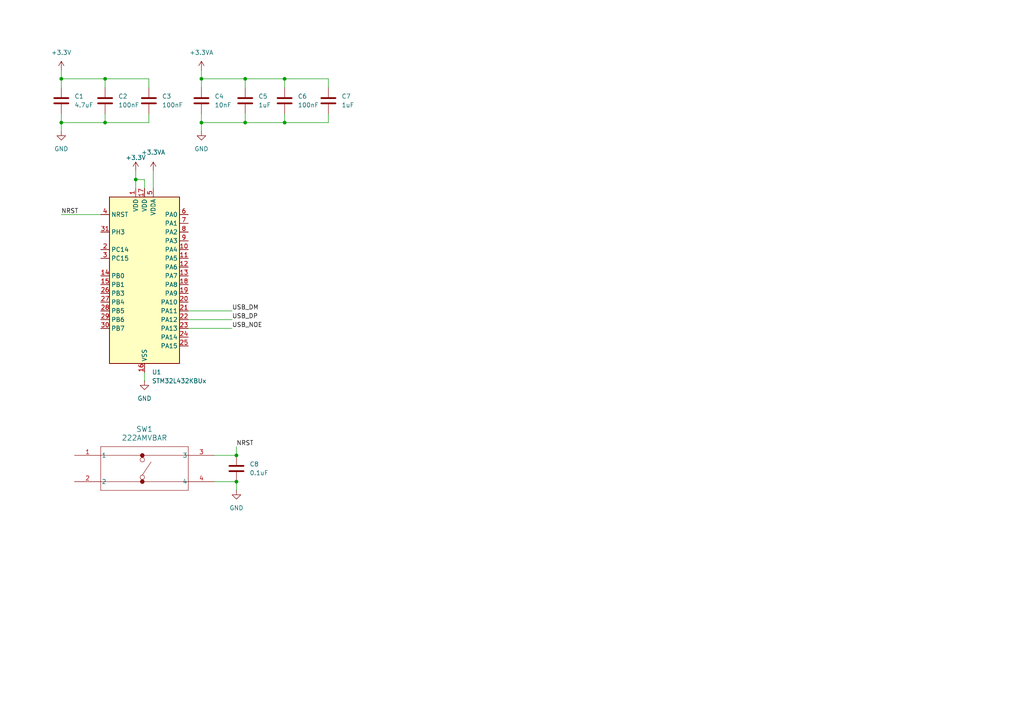
<source format=kicad_sch>
(kicad_sch (version 20250114) (generator "eeschema") (generator_version "9.0")
  (paper "A4")
  (lib_symbols
    (symbol "222AMVBAR:222AMVBAR" (pin_names (offset 0.254))
      (property "Reference" "SW" (at 20.32 10.16 0))
      (property "Value" "222AMVBAR" (at 20.32 7.62 0))
      (symbol "222AMVBAR_0_1"
        (polyline (pts (xy 7.62 5.08) (xy 7.62 -7.62)) (stroke (width 0.127)))
        (polyline (pts (xy 7.62 2.54) (xy 33.02 2.54)) (stroke (width 0.127)))
        (polyline (pts (xy 7.62 -7.62) (xy 33.02 -7.62)) (stroke (width 0.127)))
        (polyline (pts (xy 19.685 2.54) (xy 19.685 1.905)) (stroke (width 0.127)))
        (circle (center 19.685 2.54) (radius 0.127) (stroke (width 0.508)))
        (circle (center 19.685 1.27) (radius 0.635) (stroke (width 0.127)))
        (polyline (pts (xy 19.685 -3.175) (xy 22.225 0.635)) (stroke (width 0.127)))
        (circle (center 19.685 -3.81) (radius 0.635) (stroke (width 0.127)))
        (polyline (pts (xy 19.685 -5.08) (xy 19.685 -4.445)) (stroke (width 0.127)))
        (circle (center 19.685 -5.08) (radius 0.127) (stroke (width 0.508)))
        (polyline (pts (xy 33.02 5.08) (xy 7.62 5.08)) (stroke (width 0.127)))
        (polyline (pts (xy 33.02 -5.08) (xy 7.62 -5.08)) (stroke (width 0.127)))
        (polyline (pts (xy 33.02 -7.62) (xy 33.02 5.08)) (stroke (width 0.127)))
        (pin unspecified line (at 0 2.54 0) (length 7.62) (name "1") (number "1"))
        (pin unspecified line (at 0 -5.08 0) (length 7.62) (name "2") (number "2"))
        (pin unspecified line (at 40.64 2.54 180) (length 7.62) (name "3") (number "3"))
        (pin unspecified line (at 40.64 -5.08 180) (length 7.62) (name "4") (number "4"))
      )
    )
    (symbol "Device:C" (pin_numbers (hide yes)) (pin_names (offset 0.254))
      (property "Reference" "C" (at 0.635 2.54 0))
      (property "Value" "C" (at 0.635 -2.54 0))
      (symbol "C_0_1"
        (polyline (pts (xy -2.032 0.762) (xy 2.032 0.762)) (stroke (width 0.508)))
        (polyline (pts (xy -2.032 -0.762) (xy 2.032 -0.762)) (stroke (width 0.508)))
      )
      (symbol "C_1_1"
        (pin passive line (at 0 3.81 270) (length 2.794) (name "~") (number "1"))
        (pin passive line (at 0 -3.81 90) (length 2.794) (name "~") (number "2"))
      )
    )
    (symbol "MCU_ST_STM32L4:STM32L432KBUx"
      (property "Reference" "U" (at -10.16 26.67 0))
      (property "Value" "STM32L432KBUx" (at 5.08 26.67 0))
      (symbol "STM32L432KBUx_0_1"
        (rectangle (start -10.16 -22.86) (end 10.16 25.4) (stroke (width 0.254)) (fill (type background)))
      )
      (symbol "STM32L432KBUx_1_1"
        (pin input line (at -12.7 20.32 0) (length 2.54) (name "NRST") (number "4"))
        (pin bidirectional line (at -12.7 15.24 0) (length 2.54) (name "PH3") (number "31"))
        (pin bidirectional line (at -12.7 10.16 0) (length 2.54) (name "PC14") (number "2"))
        (pin bidirectional line (at -12.7 7.62 0) (length 2.54) (name "PC15") (number "3"))
        (pin bidirectional line (at -12.7 2.54 0) (length 2.54) (name "PB0") (number "14"))
        (pin bidirectional line (at -12.7 0 0) (length 2.54) (name "PB1") (number "15"))
        (pin bidirectional line (at -12.7 -2.54 0) (length 2.54) (name "PB3") (number "26"))
        (pin bidirectional line (at -12.7 -5.08 0) (length 2.54) (name "PB4") (number "27"))
        (pin bidirectional line (at -12.7 -7.62 0) (length 2.54) (name "PB5") (number "28"))
        (pin bidirectional line (at -12.7 -10.16 0) (length 2.54) (name "PB6") (number "29"))
        (pin bidirectional line (at -12.7 -12.7 0) (length 2.54) (name "PB7") (number "30"))
        (pin power_in line (at -2.54 27.94 270) (length 2.54) (name "VDD") (number "1"))
        (pin power_in line (at 0 27.94 270) (length 2.54) (name "VDD") (number "17"))
        (pin power_in line (at 0 -25.4 90) (length 2.54) (name "VSS") (number "16"))
        (pin passive line (at 0 -25.4 90) (length 2.54) (hide yes) (name "VSS") (number "32"))
        (pin passive line (at 0 -25.4 90) (length 2.54) (hide yes) (name "VSS") (number "33"))
        (pin power_in line (at 2.54 27.94 270) (length 2.54) (name "VDDA") (number "5"))
        (pin bidirectional line (at 12.7 20.32 180) (length 2.54) (name "PA0") (number "6"))
        (pin bidirectional line (at 12.7 17.78 180) (length 2.54) (name "PA1") (number "7"))
        (pin bidirectional line (at 12.7 15.24 180) (length 2.54) (name "PA2") (number "8"))
        (pin bidirectional line (at 12.7 12.7 180) (length 2.54) (name "PA3") (number "9"))
        (pin bidirectional line (at 12.7 10.16 180) (length 2.54) (name "PA4") (number "10"))
        (pin bidirectional line (at 12.7 7.62 180) (length 2.54) (name "PA5") (number "11"))
        (pin bidirectional line (at 12.7 5.08 180) (length 2.54) (name "PA6") (number "12"))
        (pin bidirectional line (at 12.7 2.54 180) (length 2.54) (name "PA7") (number "13"))
        (pin bidirectional line (at 12.7 0 180) (length 2.54) (name "PA8") (number "18"))
        (pin bidirectional line (at 12.7 -2.54 180) (length 2.54) (name "PA9") (number "19"))
        (pin bidirectional line (at 12.7 -5.08 180) (length 2.54) (name "PA10") (number "20"))
        (pin bidirectional line (at 12.7 -7.62 180) (length 2.54) (name "PA11") (number "21"))
        (pin bidirectional line (at 12.7 -10.16 180) (length 2.54) (name "PA12") (number "22"))
        (pin bidirectional line (at 12.7 -12.7 180) (length 2.54) (name "PA13") (number "23"))
        (pin bidirectional line (at 12.7 -15.24 180) (length 2.54) (name "PA14") (number "24"))
        (pin bidirectional line (at 12.7 -17.78 180) (length 2.54) (name "PA15") (number "25"))
      )
    )
    (symbol "power:+3.3V" (power) (pin_numbers (hide yes)) (pin_names (offset 0) (hide yes))
      (property "Value" "+3.3V" (at 0 3.556 0))
      (symbol "+3.3V_0_1"
        (polyline (pts (xy -0.762 1.27) (xy 0 2.54)))
        (polyline (pts (xy 0 2.54) (xy 0.762 1.27)))
        (polyline (pts (xy 0 0) (xy 0 2.54)))
      )
      (symbol "+3.3V_1_1"
        (pin power_in line (at 0 0 90) (length 0) (name "~") (number "1"))
      )
    )
    (symbol "power:+3.3VA" (power) (pin_numbers (hide yes)) (pin_names (offset 0) (hide yes))
      (property "Value" "+3.3VA" (at 0 3.556 0))
      (symbol "+3.3VA_0_1"
        (polyline (pts (xy -0.762 1.27) (xy 0 2.54)))
        (polyline (pts (xy 0 2.54) (xy 0.762 1.27)))
        (polyline (pts (xy 0 0) (xy 0 2.54)))
      )
      (symbol "+3.3VA_1_1"
        (pin power_in line (at 0 0 90) (length 0) (name "~") (number "1"))
      )
    )
    (symbol "power:GND" (power) (pin_numbers (hide yes)) (pin_names (offset 0) (hide yes))
      (property "Value" "GND" (at 0 -3.81 0))
      (symbol "GND_0_1"
        (polyline (pts (xy 0 0) (xy 0 -1.27) (xy 1.27 -1.27) (xy 0 -2.54) (xy -1.27 -1.27) (xy 0 -1.27)))
      )
      (symbol "GND_1_1"
        (pin power_in line (at 0 0 270) (length 0) (name "~") (number "1"))
      )
    )
  )
  (junction (at 30.48 35.56))
  (junction (at 58.42 35.56))
  (junction (at 71.12 22.86))
  (junction (at 17.78 35.56))
  (junction (at 17.78 22.86))
  (junction (at 58.42 22.86))
  (junction (at 82.55 22.86))
  (junction (at 82.55 35.56))
  (junction (at 39.37 52.07))
  (junction (at 68.58 139.7))
  (junction (at 30.48 22.86))
  (junction (at 71.12 35.56))
  (junction (at 68.58 132.08))
  (wire (pts (xy 58.42 25.4) (xy 58.42 22.86)))
  (wire (pts (xy 17.78 35.56) (xy 17.78 38.1)))
  (wire (pts (xy 82.55 22.86) (xy 71.12 22.86)))
  (wire (pts (xy 67.31 92.71) (xy 54.61 92.71)))
  (wire (pts (xy 30.48 22.86) (xy 43.18 22.86)))
  (wire (pts (xy 17.78 20.32) (xy 17.78 22.86)))
  (wire (pts (xy 41.91 107.95) (xy 41.91 110.49)))
  (wire (pts (xy 95.25 22.86) (xy 82.55 22.86)))
  (wire (pts (xy 30.48 35.56) (xy 43.18 35.56)))
  (wire (pts (xy 82.55 35.56) (xy 71.12 35.56)))
  (wire (pts (xy 58.42 22.86) (xy 71.12 22.86)))
  (wire (pts (xy 62.23 139.7) (xy 68.58 139.7)))
  (wire (pts (xy 82.55 33.02) (xy 82.55 35.56)))
  (wire (pts (xy 17.78 22.86) (xy 30.48 22.86)))
  (wire (pts (xy 39.37 52.07) (xy 39.37 54.61)))
  (wire (pts (xy 95.25 33.02) (xy 95.25 35.56)))
  (wire (pts (xy 82.55 25.4) (xy 82.55 22.86)))
  (wire (pts (xy 39.37 49.53) (xy 39.37 52.07)))
  (wire (pts (xy 17.78 62.23) (xy 29.21 62.23)))
  (wire (pts (xy 58.42 20.32) (xy 58.42 22.86)))
  (wire (pts (xy 17.78 33.02) (xy 17.78 35.56)))
  (wire (pts (xy 67.31 90.17) (xy 54.61 90.17)))
  (wire (pts (xy 30.48 33.02) (xy 30.48 35.56)))
  (wire (pts (xy 95.25 35.56) (xy 82.55 35.56)))
  (wire (pts (xy 30.48 22.86) (xy 30.48 25.4)))
  (wire (pts (xy 41.91 52.07) (xy 39.37 52.07)))
  (wire (pts (xy 68.58 129.54) (xy 68.58 132.08)))
  (wire (pts (xy 62.23 132.08) (xy 68.58 132.08)))
  (wire (pts (xy 58.42 35.56) (xy 71.12 35.56)))
  (wire (pts (xy 44.45 49.53) (xy 44.45 54.61)))
  (wire (pts (xy 71.12 22.86) (xy 71.12 25.4)))
  (wire (pts (xy 95.25 25.4) (xy 95.25 22.86)))
  (wire (pts (xy 17.78 35.56) (xy 30.48 35.56)))
  (wire (pts (xy 41.91 54.61) (xy 41.91 52.07)))
  (wire (pts (xy 17.78 22.86) (xy 17.78 25.4)))
  (wire (pts (xy 71.12 33.02) (xy 71.12 35.56)))
  (wire (pts (xy 58.42 33.02) (xy 58.42 35.56)))
  (wire (pts (xy 68.58 139.7) (xy 68.58 142.24)))
  (wire (pts (xy 43.18 35.56) (xy 43.18 33.02)))
  (wire (pts (xy 43.18 22.86) (xy 43.18 25.4)))
  (wire (pts (xy 58.42 35.56) (xy 58.42 38.1)))
  (wire (pts (xy 67.31 95.25) (xy 54.61 95.25)))
  (label "USB_DM" (at 67.31 90.17 0))
  (label "NRST" (at 17.78 62.23 0))
  (label "NRST" (at 68.58 129.54 0))
  (label "USB_DP" (at 67.31 92.71 0))
  (label "USB_NOE" (at 67.31 95.25 0))
  (symbol (lib_id "power:+3.3V") (at 17.78 20.32 0) (unit 1)
    (property "Reference" "#PWR01" (effects (hide yes)))
    (property "Value" "+3.3V" (at 17.78 15.24 0))
    (property "Description" "Power symbol creates a global label with name \"+3.3V\"" (effects (hide yes)))
  )
  (symbol (lib_id "Device:C") (at 30.48 29.21 0) (unit 1)
    (property "Reference" "C2" (at 34.29 27.9399 0) (effects (justify left)))
    (property "Value" "100nF" (at 34.29 30.4799 0) (effects (justify left)))
    (property "Footprint" "Capacitor_SMD:C_0201_0603Metric" (effects (hide yes)))
    (property "Description" "Unpolarized capacitor" (effects (hide yes)))
  )
  (symbol (lib_id "power:GND") (at 68.58 142.24 0) (unit 1)
    (property "Reference" "#PWR08" (effects (hide yes)))
    (property "Value" "GND" (at 68.58 147.32 0))
    (property "Description" "Power symbol creates a global label with name \"GND\" , ground" (effects (hide yes)))
  )
  (symbol (lib_id "222AMVBAR:222AMVBAR") (at 21.59 134.62 0) (unit 1)
    (property "Reference" "SW1" (at 41.91 124.46 0) (effects (font (size 1.524 1.524))))
    (property "Value" "222AMVBAR" (at 41.91 127 0) (effects (font (size 1.524 1.524))))
    (property "Footprint" "SO4_222A-M-V-B_CTS" (effects (hide yes)))
    (property "Datasheet" "222AMVBAR" (effects (hide yes)))
  )
  (symbol (lib_id "Device:C") (at 17.78 29.21 0) (unit 1)
    (property "Reference" "C1" (at 21.59 27.9399 0) (effects (justify left)))
    (property "Value" "4.7uF" (at 21.59 30.4799 0) (effects (justify left)))
    (property "Footprint" "Capacitor_SMD:C_0201_0603Metric" (effects (hide yes)))
    (property "Description" "Unpolarized capacitor" (effects (hide yes)))
  )
  (symbol (lib_id "power:+3.3VA") (at 44.45 49.53 0) (unit 1)
    (property "Reference" "#PWR06" (effects (hide yes)))
    (property "Value" "+3.3VA" (at 44.45 44.196 0))
    (property "Description" "Power symbol creates a global label with name \"+3.3VA\"" (effects (hide yes)))
  )
  (symbol (lib_id "Device:C") (at 58.42 29.21 0) (unit 1)
    (property "Reference" "C4" (at 62.23 27.9399 0) (effects (justify left)))
    (property "Value" "10nF" (at 62.23 30.4799 0) (effects (justify left)))
    (property "Footprint" "Capacitor_SMD:C_0201_0603Metric" (effects (hide yes)))
    (property "Description" "Unpolarized capacitor" (effects (hide yes)))
  )
  (symbol (lib_id "MCU_ST_STM32L4:STM32L432KBUx") (at 41.91 82.55 0) (unit 1)
    (property "Reference" "U1" (at 44.0533 107.95 0) (effects (justify left)))
    (property "Value" "STM32L432KBUx" (at 44.0533 110.49 0) (effects (justify left)))
    (property "Footprint" "Package_DFN_QFN:QFN-32-1EP_5x5mm_P0.5mm_EP3.45x3.45mm" (effects (hide yes)))
    (property "Datasheet" "https://www.st.com/resource/en/datasheet/stm32l432kb.pdf" (effects (hide yes)))
    (property "Description" "STMicroelectronics Arm Cortex-M4 MCU, 128KB flash, 64KB RAM, 80 MHz, 1.71-3.6V, 26 GPIO, UFQFPN32" (effects (hide yes)))
  )
  (symbol (lib_id "Device:C") (at 95.25 29.21 0) (unit 1)
    (property "Reference" "C7" (at 99.06 27.9399 0) (effects (justify left)))
    (property "Value" "1uF" (at 99.06 30.4799 0) (effects (justify left)))
    (property "Footprint" "Capacitor_SMD:C_0201_0603Metric" (effects (hide yes)))
    (property "Description" "Unpolarized capacitor" (effects (hide yes)))
  )
  (symbol (lib_id "power:+3.3V") (at 39.37 49.53 0) (unit 1)
    (property "Reference" "#PWR05" (effects (hide yes)))
    (property "Value" "+3.3V" (at 39.37 45.72 0))
    (property "Description" "Power symbol creates a global label with name \"+3.3V\"" (effects (hide yes)))
  )
  (symbol (lib_id "power:GND") (at 17.78 38.1 0) (unit 1)
    (property "Reference" "#PWR02" (effects (hide yes)))
    (property "Value" "GND" (at 17.78 43.18 0))
    (property "Description" "Power symbol creates a global label with name \"GND\" , ground" (effects (hide yes)))
  )
  (symbol (lib_id "Device:C") (at 43.18 29.21 0) (unit 1)
    (property "Reference" "C3" (at 46.99 27.9399 0) (effects (justify left)))
    (property "Value" "100nF" (at 46.99 30.4799 0) (effects (justify left)))
    (property "Footprint" "Capacitor_SMD:C_0201_0603Metric" (effects (hide yes)))
    (property "Description" "Unpolarized capacitor" (effects (hide yes)))
  )
  (symbol (lib_id "power:+3.3VA") (at 58.42 20.32 0) (unit 1)
    (property "Reference" "#PWR03" (effects (hide yes)))
    (property "Value" "+3.3VA" (at 58.42 15.24 0))
    (property "Description" "Power symbol creates a global label with name \"+3.3VA\"" (effects (hide yes)))
  )
  (symbol (lib_id "Device:C") (at 71.12 29.21 0) (unit 1)
    (property "Reference" "C5" (at 74.93 27.9399 0) (effects (justify left)))
    (property "Value" "1uF" (at 74.93 30.4799 0) (effects (justify left)))
    (property "Footprint" "Capacitor_SMD:C_0201_0603Metric" (effects (hide yes)))
    (property "Description" "Unpolarized capacitor" (effects (hide yes)))
  )
  (symbol (lib_id "power:GND") (at 41.91 110.49 0) (unit 1)
    (property "Reference" "#PWR07" (effects (hide yes)))
    (property "Value" "GND" (at 41.91 115.57 0))
    (property "Description" "Power symbol creates a global label with name \"GND\" , ground" (effects (hide yes)))
  )
  (symbol (lib_id "Device:C") (at 68.58 135.89 0) (unit 1)
    (property "Reference" "C8" (at 72.39 134.6199 0) (effects (justify left)))
    (property "Value" "0.1uF" (at 72.39 137.1599 0) (effects (justify left)))
    (property "Footprint" "Capacitor_SMD:C_0201_0603Metric" (effects (hide yes)))
    (property "Description" "Unpolarized capacitor" (effects (hide yes)))
  )
  (symbol (lib_id "Device:C") (at 82.55 29.21 0) (unit 1)
    (property "Reference" "C6" (at 86.36 27.9399 0) (effects (justify left)))
    (property "Value" "100nF" (at 86.36 30.4799 0) (effects (justify left)))
    (property "Footprint" "Capacitor_SMD:C_0201_0603Metric" (effects (hide yes)))
    (property "Description" "Unpolarized capacitor" (effects (hide yes)))
  )
  (symbol (lib_id "power:GND") (at 58.42 38.1 0) (unit 1)
    (property "Reference" "#PWR04" (effects (hide yes)))
    (property "Value" "GND" (at 58.42 43.18 0))
    (property "Description" "Power symbol creates a global label with name \"GND\" , ground" (effects (hide yes)))
  )
)
</source>
